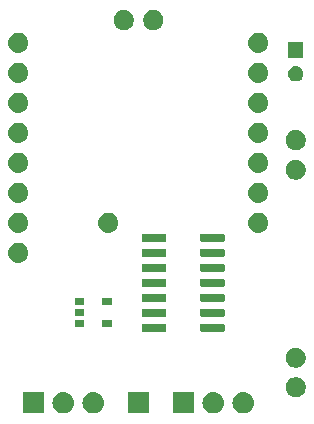
<source format=gbr>
G04 #@! TF.GenerationSoftware,KiCad,Pcbnew,(5.1.2)-1*
G04 #@! TF.CreationDate,2019-11-23T21:49:30-05:00*
G04 #@! TF.ProjectId,c128-sram,63313238-2d73-4726-916d-2e6b69636164,rev?*
G04 #@! TF.SameCoordinates,Original*
G04 #@! TF.FileFunction,Soldermask,Bot*
G04 #@! TF.FilePolarity,Negative*
%FSLAX46Y46*%
G04 Gerber Fmt 4.6, Leading zero omitted, Abs format (unit mm)*
G04 Created by KiCad (PCBNEW (5.1.2)-1) date 2019-11-23 21:49:30*
%MOMM*%
%LPD*%
G04 APERTURE LIST*
%ADD10C,0.100000*%
G04 APERTURE END LIST*
D10*
G36*
X74561000Y-115201000D02*
G01*
X72759000Y-115201000D01*
X72759000Y-113399000D01*
X74561000Y-113399000D01*
X74561000Y-115201000D01*
X74561000Y-115201000D01*
G37*
G36*
X82660443Y-113405519D02*
G01*
X82726627Y-113412037D01*
X82896466Y-113463557D01*
X83052991Y-113547222D01*
X83088729Y-113576552D01*
X83190186Y-113659814D01*
X83259395Y-113744147D01*
X83302778Y-113797009D01*
X83386443Y-113953534D01*
X83437963Y-114123373D01*
X83455359Y-114300000D01*
X83437963Y-114476627D01*
X83386443Y-114646466D01*
X83302778Y-114802991D01*
X83273448Y-114838729D01*
X83190186Y-114940186D01*
X83088729Y-115023448D01*
X83052991Y-115052778D01*
X82896466Y-115136443D01*
X82726627Y-115187963D01*
X82660442Y-115194482D01*
X82594260Y-115201000D01*
X82505740Y-115201000D01*
X82439558Y-115194482D01*
X82373373Y-115187963D01*
X82203534Y-115136443D01*
X82047009Y-115052778D01*
X82011271Y-115023448D01*
X81909814Y-114940186D01*
X81826552Y-114838729D01*
X81797222Y-114802991D01*
X81713557Y-114646466D01*
X81662037Y-114476627D01*
X81644641Y-114300000D01*
X81662037Y-114123373D01*
X81713557Y-113953534D01*
X81797222Y-113797009D01*
X81840605Y-113744147D01*
X81909814Y-113659814D01*
X82011271Y-113576552D01*
X82047009Y-113547222D01*
X82203534Y-113463557D01*
X82373373Y-113412037D01*
X82439557Y-113405519D01*
X82505740Y-113399000D01*
X82594260Y-113399000D01*
X82660443Y-113405519D01*
X82660443Y-113405519D01*
G37*
G36*
X78371000Y-115201000D02*
G01*
X76569000Y-115201000D01*
X76569000Y-113399000D01*
X78371000Y-113399000D01*
X78371000Y-115201000D01*
X78371000Y-115201000D01*
G37*
G36*
X80120443Y-113405519D02*
G01*
X80186627Y-113412037D01*
X80356466Y-113463557D01*
X80512991Y-113547222D01*
X80548729Y-113576552D01*
X80650186Y-113659814D01*
X80719395Y-113744147D01*
X80762778Y-113797009D01*
X80846443Y-113953534D01*
X80897963Y-114123373D01*
X80915359Y-114300000D01*
X80897963Y-114476627D01*
X80846443Y-114646466D01*
X80762778Y-114802991D01*
X80733448Y-114838729D01*
X80650186Y-114940186D01*
X80548729Y-115023448D01*
X80512991Y-115052778D01*
X80356466Y-115136443D01*
X80186627Y-115187963D01*
X80120442Y-115194482D01*
X80054260Y-115201000D01*
X79965740Y-115201000D01*
X79899558Y-115194482D01*
X79833373Y-115187963D01*
X79663534Y-115136443D01*
X79507009Y-115052778D01*
X79471271Y-115023448D01*
X79369814Y-114940186D01*
X79286552Y-114838729D01*
X79257222Y-114802991D01*
X79173557Y-114646466D01*
X79122037Y-114476627D01*
X79104641Y-114300000D01*
X79122037Y-114123373D01*
X79173557Y-113953534D01*
X79257222Y-113797009D01*
X79300605Y-113744147D01*
X79369814Y-113659814D01*
X79471271Y-113576552D01*
X79507009Y-113547222D01*
X79663534Y-113463557D01*
X79833373Y-113412037D01*
X79899557Y-113405519D01*
X79965740Y-113399000D01*
X80054260Y-113399000D01*
X80120443Y-113405519D01*
X80120443Y-113405519D01*
G37*
G36*
X67420443Y-113405519D02*
G01*
X67486627Y-113412037D01*
X67656466Y-113463557D01*
X67812991Y-113547222D01*
X67848729Y-113576552D01*
X67950186Y-113659814D01*
X68019395Y-113744147D01*
X68062778Y-113797009D01*
X68146443Y-113953534D01*
X68197963Y-114123373D01*
X68215359Y-114300000D01*
X68197963Y-114476627D01*
X68146443Y-114646466D01*
X68062778Y-114802991D01*
X68033448Y-114838729D01*
X67950186Y-114940186D01*
X67848729Y-115023448D01*
X67812991Y-115052778D01*
X67656466Y-115136443D01*
X67486627Y-115187963D01*
X67420442Y-115194482D01*
X67354260Y-115201000D01*
X67265740Y-115201000D01*
X67199558Y-115194482D01*
X67133373Y-115187963D01*
X66963534Y-115136443D01*
X66807009Y-115052778D01*
X66771271Y-115023448D01*
X66669814Y-114940186D01*
X66586552Y-114838729D01*
X66557222Y-114802991D01*
X66473557Y-114646466D01*
X66422037Y-114476627D01*
X66404641Y-114300000D01*
X66422037Y-114123373D01*
X66473557Y-113953534D01*
X66557222Y-113797009D01*
X66600605Y-113744147D01*
X66669814Y-113659814D01*
X66771271Y-113576552D01*
X66807009Y-113547222D01*
X66963534Y-113463557D01*
X67133373Y-113412037D01*
X67199557Y-113405519D01*
X67265740Y-113399000D01*
X67354260Y-113399000D01*
X67420443Y-113405519D01*
X67420443Y-113405519D01*
G37*
G36*
X65671000Y-115201000D02*
G01*
X63869000Y-115201000D01*
X63869000Y-113399000D01*
X65671000Y-113399000D01*
X65671000Y-115201000D01*
X65671000Y-115201000D01*
G37*
G36*
X69960443Y-113405519D02*
G01*
X70026627Y-113412037D01*
X70196466Y-113463557D01*
X70352991Y-113547222D01*
X70388729Y-113576552D01*
X70490186Y-113659814D01*
X70559395Y-113744147D01*
X70602778Y-113797009D01*
X70686443Y-113953534D01*
X70737963Y-114123373D01*
X70755359Y-114300000D01*
X70737963Y-114476627D01*
X70686443Y-114646466D01*
X70602778Y-114802991D01*
X70573448Y-114838729D01*
X70490186Y-114940186D01*
X70388729Y-115023448D01*
X70352991Y-115052778D01*
X70196466Y-115136443D01*
X70026627Y-115187963D01*
X69960442Y-115194482D01*
X69894260Y-115201000D01*
X69805740Y-115201000D01*
X69739558Y-115194482D01*
X69673373Y-115187963D01*
X69503534Y-115136443D01*
X69347009Y-115052778D01*
X69311271Y-115023448D01*
X69209814Y-114940186D01*
X69126552Y-114838729D01*
X69097222Y-114802991D01*
X69013557Y-114646466D01*
X68962037Y-114476627D01*
X68944641Y-114300000D01*
X68962037Y-114123373D01*
X69013557Y-113953534D01*
X69097222Y-113797009D01*
X69140605Y-113744147D01*
X69209814Y-113659814D01*
X69311271Y-113576552D01*
X69347009Y-113547222D01*
X69503534Y-113463557D01*
X69673373Y-113412037D01*
X69739557Y-113405519D01*
X69805740Y-113399000D01*
X69894260Y-113399000D01*
X69960443Y-113405519D01*
X69960443Y-113405519D01*
G37*
G36*
X87243228Y-112171703D02*
G01*
X87398100Y-112235853D01*
X87537481Y-112328985D01*
X87656015Y-112447519D01*
X87749147Y-112586900D01*
X87813297Y-112741772D01*
X87846000Y-112906184D01*
X87846000Y-113073816D01*
X87813297Y-113238228D01*
X87749147Y-113393100D01*
X87656015Y-113532481D01*
X87537481Y-113651015D01*
X87398100Y-113744147D01*
X87243228Y-113808297D01*
X87078816Y-113841000D01*
X86911184Y-113841000D01*
X86746772Y-113808297D01*
X86591900Y-113744147D01*
X86452519Y-113651015D01*
X86333985Y-113532481D01*
X86240853Y-113393100D01*
X86176703Y-113238228D01*
X86144000Y-113073816D01*
X86144000Y-112906184D01*
X86176703Y-112741772D01*
X86240853Y-112586900D01*
X86333985Y-112447519D01*
X86452519Y-112328985D01*
X86591900Y-112235853D01*
X86746772Y-112171703D01*
X86911184Y-112139000D01*
X87078816Y-112139000D01*
X87243228Y-112171703D01*
X87243228Y-112171703D01*
G37*
G36*
X87243228Y-109671703D02*
G01*
X87398100Y-109735853D01*
X87537481Y-109828985D01*
X87656015Y-109947519D01*
X87749147Y-110086900D01*
X87813297Y-110241772D01*
X87846000Y-110406184D01*
X87846000Y-110573816D01*
X87813297Y-110738228D01*
X87749147Y-110893100D01*
X87656015Y-111032481D01*
X87537481Y-111151015D01*
X87398100Y-111244147D01*
X87243228Y-111308297D01*
X87078816Y-111341000D01*
X86911184Y-111341000D01*
X86746772Y-111308297D01*
X86591900Y-111244147D01*
X86452519Y-111151015D01*
X86333985Y-111032481D01*
X86240853Y-110893100D01*
X86176703Y-110738228D01*
X86144000Y-110573816D01*
X86144000Y-110406184D01*
X86176703Y-110241772D01*
X86240853Y-110086900D01*
X86333985Y-109947519D01*
X86452519Y-109828985D01*
X86591900Y-109735853D01*
X86746772Y-109671703D01*
X86911184Y-109639000D01*
X87078816Y-109639000D01*
X87243228Y-109671703D01*
X87243228Y-109671703D01*
G37*
G36*
X80879928Y-107601764D02*
G01*
X80901009Y-107608160D01*
X80920445Y-107618548D01*
X80937476Y-107632524D01*
X80951452Y-107649555D01*
X80961840Y-107668991D01*
X80968236Y-107690072D01*
X80971000Y-107718140D01*
X80971000Y-108181860D01*
X80968236Y-108209928D01*
X80961840Y-108231009D01*
X80951452Y-108250445D01*
X80937476Y-108267476D01*
X80920445Y-108281452D01*
X80901009Y-108291840D01*
X80879928Y-108298236D01*
X80851860Y-108301000D01*
X79038140Y-108301000D01*
X79010072Y-108298236D01*
X78988991Y-108291840D01*
X78969555Y-108281452D01*
X78952524Y-108267476D01*
X78938548Y-108250445D01*
X78928160Y-108231009D01*
X78921764Y-108209928D01*
X78919000Y-108181860D01*
X78919000Y-107718140D01*
X78921764Y-107690072D01*
X78928160Y-107668991D01*
X78938548Y-107649555D01*
X78952524Y-107632524D01*
X78969555Y-107618548D01*
X78988991Y-107608160D01*
X79010072Y-107601764D01*
X79038140Y-107599000D01*
X80851860Y-107599000D01*
X80879928Y-107601764D01*
X80879928Y-107601764D01*
G37*
G36*
X75929928Y-107601764D02*
G01*
X75951009Y-107608160D01*
X75970445Y-107618548D01*
X75987476Y-107632524D01*
X76001452Y-107649555D01*
X76011840Y-107668991D01*
X76018236Y-107690072D01*
X76021000Y-107718140D01*
X76021000Y-108181860D01*
X76018236Y-108209928D01*
X76011840Y-108231009D01*
X76001452Y-108250445D01*
X75987476Y-108267476D01*
X75970445Y-108281452D01*
X75951009Y-108291840D01*
X75929928Y-108298236D01*
X75901860Y-108301000D01*
X74088140Y-108301000D01*
X74060072Y-108298236D01*
X74038991Y-108291840D01*
X74019555Y-108281452D01*
X74002524Y-108267476D01*
X73988548Y-108250445D01*
X73978160Y-108231009D01*
X73971764Y-108209928D01*
X73969000Y-108181860D01*
X73969000Y-107718140D01*
X73971764Y-107690072D01*
X73978160Y-107668991D01*
X73988548Y-107649555D01*
X74002524Y-107632524D01*
X74019555Y-107618548D01*
X74038991Y-107608160D01*
X74060072Y-107601764D01*
X74088140Y-107599000D01*
X75901860Y-107599000D01*
X75929928Y-107601764D01*
X75929928Y-107601764D01*
G37*
G36*
X71411000Y-107936000D02*
G01*
X70609000Y-107936000D01*
X70609000Y-107324000D01*
X71411000Y-107324000D01*
X71411000Y-107936000D01*
X71411000Y-107936000D01*
G37*
G36*
X69091000Y-107936000D02*
G01*
X68289000Y-107936000D01*
X68289000Y-107324000D01*
X69091000Y-107324000D01*
X69091000Y-107936000D01*
X69091000Y-107936000D01*
G37*
G36*
X75929928Y-106331764D02*
G01*
X75951009Y-106338160D01*
X75970445Y-106348548D01*
X75987476Y-106362524D01*
X76001452Y-106379555D01*
X76011840Y-106398991D01*
X76018236Y-106420072D01*
X76021000Y-106448140D01*
X76021000Y-106911860D01*
X76018236Y-106939928D01*
X76011840Y-106961009D01*
X76001452Y-106980445D01*
X75987476Y-106997476D01*
X75970445Y-107011452D01*
X75951009Y-107021840D01*
X75929928Y-107028236D01*
X75901860Y-107031000D01*
X74088140Y-107031000D01*
X74060072Y-107028236D01*
X74038991Y-107021840D01*
X74019555Y-107011452D01*
X74002524Y-106997476D01*
X73988548Y-106980445D01*
X73978160Y-106961009D01*
X73971764Y-106939928D01*
X73969000Y-106911860D01*
X73969000Y-106448140D01*
X73971764Y-106420072D01*
X73978160Y-106398991D01*
X73988548Y-106379555D01*
X74002524Y-106362524D01*
X74019555Y-106348548D01*
X74038991Y-106338160D01*
X74060072Y-106331764D01*
X74088140Y-106329000D01*
X75901860Y-106329000D01*
X75929928Y-106331764D01*
X75929928Y-106331764D01*
G37*
G36*
X80879928Y-106331764D02*
G01*
X80901009Y-106338160D01*
X80920445Y-106348548D01*
X80937476Y-106362524D01*
X80951452Y-106379555D01*
X80961840Y-106398991D01*
X80968236Y-106420072D01*
X80971000Y-106448140D01*
X80971000Y-106911860D01*
X80968236Y-106939928D01*
X80961840Y-106961009D01*
X80951452Y-106980445D01*
X80937476Y-106997476D01*
X80920445Y-107011452D01*
X80901009Y-107021840D01*
X80879928Y-107028236D01*
X80851860Y-107031000D01*
X79038140Y-107031000D01*
X79010072Y-107028236D01*
X78988991Y-107021840D01*
X78969555Y-107011452D01*
X78952524Y-106997476D01*
X78938548Y-106980445D01*
X78928160Y-106961009D01*
X78921764Y-106939928D01*
X78919000Y-106911860D01*
X78919000Y-106448140D01*
X78921764Y-106420072D01*
X78928160Y-106398991D01*
X78938548Y-106379555D01*
X78952524Y-106362524D01*
X78969555Y-106348548D01*
X78988991Y-106338160D01*
X79010072Y-106331764D01*
X79038140Y-106329000D01*
X80851860Y-106329000D01*
X80879928Y-106331764D01*
X80879928Y-106331764D01*
G37*
G36*
X69091000Y-106986000D02*
G01*
X68289000Y-106986000D01*
X68289000Y-106374000D01*
X69091000Y-106374000D01*
X69091000Y-106986000D01*
X69091000Y-106986000D01*
G37*
G36*
X71411000Y-106036000D02*
G01*
X70609000Y-106036000D01*
X70609000Y-105424000D01*
X71411000Y-105424000D01*
X71411000Y-106036000D01*
X71411000Y-106036000D01*
G37*
G36*
X69091000Y-106036000D02*
G01*
X68289000Y-106036000D01*
X68289000Y-105424000D01*
X69091000Y-105424000D01*
X69091000Y-106036000D01*
X69091000Y-106036000D01*
G37*
G36*
X75929928Y-105061764D02*
G01*
X75951009Y-105068160D01*
X75970445Y-105078548D01*
X75987476Y-105092524D01*
X76001452Y-105109555D01*
X76011840Y-105128991D01*
X76018236Y-105150072D01*
X76021000Y-105178140D01*
X76021000Y-105641860D01*
X76018236Y-105669928D01*
X76011840Y-105691009D01*
X76001452Y-105710445D01*
X75987476Y-105727476D01*
X75970445Y-105741452D01*
X75951009Y-105751840D01*
X75929928Y-105758236D01*
X75901860Y-105761000D01*
X74088140Y-105761000D01*
X74060072Y-105758236D01*
X74038991Y-105751840D01*
X74019555Y-105741452D01*
X74002524Y-105727476D01*
X73988548Y-105710445D01*
X73978160Y-105691009D01*
X73971764Y-105669928D01*
X73969000Y-105641860D01*
X73969000Y-105178140D01*
X73971764Y-105150072D01*
X73978160Y-105128991D01*
X73988548Y-105109555D01*
X74002524Y-105092524D01*
X74019555Y-105078548D01*
X74038991Y-105068160D01*
X74060072Y-105061764D01*
X74088140Y-105059000D01*
X75901860Y-105059000D01*
X75929928Y-105061764D01*
X75929928Y-105061764D01*
G37*
G36*
X80879928Y-105061764D02*
G01*
X80901009Y-105068160D01*
X80920445Y-105078548D01*
X80937476Y-105092524D01*
X80951452Y-105109555D01*
X80961840Y-105128991D01*
X80968236Y-105150072D01*
X80971000Y-105178140D01*
X80971000Y-105641860D01*
X80968236Y-105669928D01*
X80961840Y-105691009D01*
X80951452Y-105710445D01*
X80937476Y-105727476D01*
X80920445Y-105741452D01*
X80901009Y-105751840D01*
X80879928Y-105758236D01*
X80851860Y-105761000D01*
X79038140Y-105761000D01*
X79010072Y-105758236D01*
X78988991Y-105751840D01*
X78969555Y-105741452D01*
X78952524Y-105727476D01*
X78938548Y-105710445D01*
X78928160Y-105691009D01*
X78921764Y-105669928D01*
X78919000Y-105641860D01*
X78919000Y-105178140D01*
X78921764Y-105150072D01*
X78928160Y-105128991D01*
X78938548Y-105109555D01*
X78952524Y-105092524D01*
X78969555Y-105078548D01*
X78988991Y-105068160D01*
X79010072Y-105061764D01*
X79038140Y-105059000D01*
X80851860Y-105059000D01*
X80879928Y-105061764D01*
X80879928Y-105061764D01*
G37*
G36*
X80879928Y-103791764D02*
G01*
X80901009Y-103798160D01*
X80920445Y-103808548D01*
X80937476Y-103822524D01*
X80951452Y-103839555D01*
X80961840Y-103858991D01*
X80968236Y-103880072D01*
X80971000Y-103908140D01*
X80971000Y-104371860D01*
X80968236Y-104399928D01*
X80961840Y-104421009D01*
X80951452Y-104440445D01*
X80937476Y-104457476D01*
X80920445Y-104471452D01*
X80901009Y-104481840D01*
X80879928Y-104488236D01*
X80851860Y-104491000D01*
X79038140Y-104491000D01*
X79010072Y-104488236D01*
X78988991Y-104481840D01*
X78969555Y-104471452D01*
X78952524Y-104457476D01*
X78938548Y-104440445D01*
X78928160Y-104421009D01*
X78921764Y-104399928D01*
X78919000Y-104371860D01*
X78919000Y-103908140D01*
X78921764Y-103880072D01*
X78928160Y-103858991D01*
X78938548Y-103839555D01*
X78952524Y-103822524D01*
X78969555Y-103808548D01*
X78988991Y-103798160D01*
X79010072Y-103791764D01*
X79038140Y-103789000D01*
X80851860Y-103789000D01*
X80879928Y-103791764D01*
X80879928Y-103791764D01*
G37*
G36*
X75929928Y-103791764D02*
G01*
X75951009Y-103798160D01*
X75970445Y-103808548D01*
X75987476Y-103822524D01*
X76001452Y-103839555D01*
X76011840Y-103858991D01*
X76018236Y-103880072D01*
X76021000Y-103908140D01*
X76021000Y-104371860D01*
X76018236Y-104399928D01*
X76011840Y-104421009D01*
X76001452Y-104440445D01*
X75987476Y-104457476D01*
X75970445Y-104471452D01*
X75951009Y-104481840D01*
X75929928Y-104488236D01*
X75901860Y-104491000D01*
X74088140Y-104491000D01*
X74060072Y-104488236D01*
X74038991Y-104481840D01*
X74019555Y-104471452D01*
X74002524Y-104457476D01*
X73988548Y-104440445D01*
X73978160Y-104421009D01*
X73971764Y-104399928D01*
X73969000Y-104371860D01*
X73969000Y-103908140D01*
X73971764Y-103880072D01*
X73978160Y-103858991D01*
X73988548Y-103839555D01*
X74002524Y-103822524D01*
X74019555Y-103808548D01*
X74038991Y-103798160D01*
X74060072Y-103791764D01*
X74088140Y-103789000D01*
X75901860Y-103789000D01*
X75929928Y-103791764D01*
X75929928Y-103791764D01*
G37*
G36*
X75929928Y-102521764D02*
G01*
X75951009Y-102528160D01*
X75970445Y-102538548D01*
X75987476Y-102552524D01*
X76001452Y-102569555D01*
X76011840Y-102588991D01*
X76018236Y-102610072D01*
X76021000Y-102638140D01*
X76021000Y-103101860D01*
X76018236Y-103129928D01*
X76011840Y-103151009D01*
X76001452Y-103170445D01*
X75987476Y-103187476D01*
X75970445Y-103201452D01*
X75951009Y-103211840D01*
X75929928Y-103218236D01*
X75901860Y-103221000D01*
X74088140Y-103221000D01*
X74060072Y-103218236D01*
X74038991Y-103211840D01*
X74019555Y-103201452D01*
X74002524Y-103187476D01*
X73988548Y-103170445D01*
X73978160Y-103151009D01*
X73971764Y-103129928D01*
X73969000Y-103101860D01*
X73969000Y-102638140D01*
X73971764Y-102610072D01*
X73978160Y-102588991D01*
X73988548Y-102569555D01*
X74002524Y-102552524D01*
X74019555Y-102538548D01*
X74038991Y-102528160D01*
X74060072Y-102521764D01*
X74088140Y-102519000D01*
X75901860Y-102519000D01*
X75929928Y-102521764D01*
X75929928Y-102521764D01*
G37*
G36*
X80879928Y-102521764D02*
G01*
X80901009Y-102528160D01*
X80920445Y-102538548D01*
X80937476Y-102552524D01*
X80951452Y-102569555D01*
X80961840Y-102588991D01*
X80968236Y-102610072D01*
X80971000Y-102638140D01*
X80971000Y-103101860D01*
X80968236Y-103129928D01*
X80961840Y-103151009D01*
X80951452Y-103170445D01*
X80937476Y-103187476D01*
X80920445Y-103201452D01*
X80901009Y-103211840D01*
X80879928Y-103218236D01*
X80851860Y-103221000D01*
X79038140Y-103221000D01*
X79010072Y-103218236D01*
X78988991Y-103211840D01*
X78969555Y-103201452D01*
X78952524Y-103187476D01*
X78938548Y-103170445D01*
X78928160Y-103151009D01*
X78921764Y-103129928D01*
X78919000Y-103101860D01*
X78919000Y-102638140D01*
X78921764Y-102610072D01*
X78928160Y-102588991D01*
X78938548Y-102569555D01*
X78952524Y-102552524D01*
X78969555Y-102538548D01*
X78988991Y-102528160D01*
X79010072Y-102521764D01*
X79038140Y-102519000D01*
X80851860Y-102519000D01*
X80879928Y-102521764D01*
X80879928Y-102521764D01*
G37*
G36*
X63666703Y-100762473D02*
G01*
X63827122Y-100811136D01*
X63959786Y-100882046D01*
X63974958Y-100890156D01*
X64104539Y-100996501D01*
X64210884Y-101126082D01*
X64210885Y-101126084D01*
X64289904Y-101273918D01*
X64338567Y-101434337D01*
X64354997Y-101601160D01*
X64338567Y-101767983D01*
X64289904Y-101928402D01*
X64282721Y-101941840D01*
X64210884Y-102076238D01*
X64104539Y-102205819D01*
X63974958Y-102312164D01*
X63974956Y-102312165D01*
X63827122Y-102391184D01*
X63666703Y-102439847D01*
X63541684Y-102452160D01*
X63458076Y-102452160D01*
X63333057Y-102439847D01*
X63172638Y-102391184D01*
X63024804Y-102312165D01*
X63024802Y-102312164D01*
X62895221Y-102205819D01*
X62788876Y-102076238D01*
X62717039Y-101941840D01*
X62709856Y-101928402D01*
X62661193Y-101767983D01*
X62644763Y-101601160D01*
X62661193Y-101434337D01*
X62709856Y-101273918D01*
X62788875Y-101126084D01*
X62788876Y-101126082D01*
X62895221Y-100996501D01*
X63024802Y-100890156D01*
X63039974Y-100882046D01*
X63172638Y-100811136D01*
X63333057Y-100762473D01*
X63458076Y-100750160D01*
X63541684Y-100750160D01*
X63666703Y-100762473D01*
X63666703Y-100762473D01*
G37*
G36*
X75929928Y-101251764D02*
G01*
X75951009Y-101258160D01*
X75970445Y-101268548D01*
X75987476Y-101282524D01*
X76001452Y-101299555D01*
X76011840Y-101318991D01*
X76018236Y-101340072D01*
X76021000Y-101368140D01*
X76021000Y-101831860D01*
X76018236Y-101859928D01*
X76011840Y-101881009D01*
X76001452Y-101900445D01*
X75987476Y-101917476D01*
X75970445Y-101931452D01*
X75951009Y-101941840D01*
X75929928Y-101948236D01*
X75901860Y-101951000D01*
X74088140Y-101951000D01*
X74060072Y-101948236D01*
X74038991Y-101941840D01*
X74019555Y-101931452D01*
X74002524Y-101917476D01*
X73988548Y-101900445D01*
X73978160Y-101881009D01*
X73971764Y-101859928D01*
X73969000Y-101831860D01*
X73969000Y-101368140D01*
X73971764Y-101340072D01*
X73978160Y-101318991D01*
X73988548Y-101299555D01*
X74002524Y-101282524D01*
X74019555Y-101268548D01*
X74038991Y-101258160D01*
X74060072Y-101251764D01*
X74088140Y-101249000D01*
X75901860Y-101249000D01*
X75929928Y-101251764D01*
X75929928Y-101251764D01*
G37*
G36*
X80879928Y-101251764D02*
G01*
X80901009Y-101258160D01*
X80920445Y-101268548D01*
X80937476Y-101282524D01*
X80951452Y-101299555D01*
X80961840Y-101318991D01*
X80968236Y-101340072D01*
X80971000Y-101368140D01*
X80971000Y-101831860D01*
X80968236Y-101859928D01*
X80961840Y-101881009D01*
X80951452Y-101900445D01*
X80937476Y-101917476D01*
X80920445Y-101931452D01*
X80901009Y-101941840D01*
X80879928Y-101948236D01*
X80851860Y-101951000D01*
X79038140Y-101951000D01*
X79010072Y-101948236D01*
X78988991Y-101941840D01*
X78969555Y-101931452D01*
X78952524Y-101917476D01*
X78938548Y-101900445D01*
X78928160Y-101881009D01*
X78921764Y-101859928D01*
X78919000Y-101831860D01*
X78919000Y-101368140D01*
X78921764Y-101340072D01*
X78928160Y-101318991D01*
X78938548Y-101299555D01*
X78952524Y-101282524D01*
X78969555Y-101268548D01*
X78988991Y-101258160D01*
X79010072Y-101251764D01*
X79038140Y-101249000D01*
X80851860Y-101249000D01*
X80879928Y-101251764D01*
X80879928Y-101251764D01*
G37*
G36*
X80879928Y-99981764D02*
G01*
X80901009Y-99988160D01*
X80920445Y-99998548D01*
X80937476Y-100012524D01*
X80951452Y-100029555D01*
X80961840Y-100048991D01*
X80968236Y-100070072D01*
X80971000Y-100098140D01*
X80971000Y-100561860D01*
X80968236Y-100589928D01*
X80961840Y-100611009D01*
X80951452Y-100630445D01*
X80937476Y-100647476D01*
X80920445Y-100661452D01*
X80901009Y-100671840D01*
X80879928Y-100678236D01*
X80851860Y-100681000D01*
X79038140Y-100681000D01*
X79010072Y-100678236D01*
X78988991Y-100671840D01*
X78969555Y-100661452D01*
X78952524Y-100647476D01*
X78938548Y-100630445D01*
X78928160Y-100611009D01*
X78921764Y-100589928D01*
X78919000Y-100561860D01*
X78919000Y-100098140D01*
X78921764Y-100070072D01*
X78928160Y-100048991D01*
X78938548Y-100029555D01*
X78952524Y-100012524D01*
X78969555Y-99998548D01*
X78988991Y-99988160D01*
X79010072Y-99981764D01*
X79038140Y-99979000D01*
X80851860Y-99979000D01*
X80879928Y-99981764D01*
X80879928Y-99981764D01*
G37*
G36*
X75929928Y-99981764D02*
G01*
X75951009Y-99988160D01*
X75970445Y-99998548D01*
X75987476Y-100012524D01*
X76001452Y-100029555D01*
X76011840Y-100048991D01*
X76018236Y-100070072D01*
X76021000Y-100098140D01*
X76021000Y-100561860D01*
X76018236Y-100589928D01*
X76011840Y-100611009D01*
X76001452Y-100630445D01*
X75987476Y-100647476D01*
X75970445Y-100661452D01*
X75951009Y-100671840D01*
X75929928Y-100678236D01*
X75901860Y-100681000D01*
X74088140Y-100681000D01*
X74060072Y-100678236D01*
X74038991Y-100671840D01*
X74019555Y-100661452D01*
X74002524Y-100647476D01*
X73988548Y-100630445D01*
X73978160Y-100611009D01*
X73971764Y-100589928D01*
X73969000Y-100561860D01*
X73969000Y-100098140D01*
X73971764Y-100070072D01*
X73978160Y-100048991D01*
X73988548Y-100029555D01*
X74002524Y-100012524D01*
X74019555Y-99998548D01*
X74038991Y-99988160D01*
X74060072Y-99981764D01*
X74088140Y-99979000D01*
X75901860Y-99979000D01*
X75929928Y-99981764D01*
X75929928Y-99981764D01*
G37*
G36*
X83986703Y-98222473D02*
G01*
X84147122Y-98271136D01*
X84279786Y-98342046D01*
X84294958Y-98350156D01*
X84424539Y-98456501D01*
X84530884Y-98586082D01*
X84530885Y-98586084D01*
X84609904Y-98733918D01*
X84658567Y-98894337D01*
X84674997Y-99061160D01*
X84658567Y-99227983D01*
X84609904Y-99388402D01*
X84538994Y-99521066D01*
X84530884Y-99536238D01*
X84424539Y-99665819D01*
X84294958Y-99772164D01*
X84294956Y-99772165D01*
X84147122Y-99851184D01*
X83986703Y-99899847D01*
X83861684Y-99912160D01*
X83778076Y-99912160D01*
X83653057Y-99899847D01*
X83492638Y-99851184D01*
X83344804Y-99772165D01*
X83344802Y-99772164D01*
X83215221Y-99665819D01*
X83108876Y-99536238D01*
X83100766Y-99521066D01*
X83029856Y-99388402D01*
X82981193Y-99227983D01*
X82964763Y-99061160D01*
X82981193Y-98894337D01*
X83029856Y-98733918D01*
X83108875Y-98586084D01*
X83108876Y-98586082D01*
X83215221Y-98456501D01*
X83344802Y-98350156D01*
X83359974Y-98342046D01*
X83492638Y-98271136D01*
X83653057Y-98222473D01*
X83778076Y-98210160D01*
X83861684Y-98210160D01*
X83986703Y-98222473D01*
X83986703Y-98222473D01*
G37*
G36*
X63666703Y-98222473D02*
G01*
X63827122Y-98271136D01*
X63959786Y-98342046D01*
X63974958Y-98350156D01*
X64104539Y-98456501D01*
X64210884Y-98586082D01*
X64210885Y-98586084D01*
X64289904Y-98733918D01*
X64338567Y-98894337D01*
X64354997Y-99061160D01*
X64338567Y-99227983D01*
X64289904Y-99388402D01*
X64218994Y-99521066D01*
X64210884Y-99536238D01*
X64104539Y-99665819D01*
X63974958Y-99772164D01*
X63974956Y-99772165D01*
X63827122Y-99851184D01*
X63666703Y-99899847D01*
X63541684Y-99912160D01*
X63458076Y-99912160D01*
X63333057Y-99899847D01*
X63172638Y-99851184D01*
X63024804Y-99772165D01*
X63024802Y-99772164D01*
X62895221Y-99665819D01*
X62788876Y-99536238D01*
X62780766Y-99521066D01*
X62709856Y-99388402D01*
X62661193Y-99227983D01*
X62644763Y-99061160D01*
X62661193Y-98894337D01*
X62709856Y-98733918D01*
X62788875Y-98586084D01*
X62788876Y-98586082D01*
X62895221Y-98456501D01*
X63024802Y-98350156D01*
X63039974Y-98342046D01*
X63172638Y-98271136D01*
X63333057Y-98222473D01*
X63458076Y-98210160D01*
X63541684Y-98210160D01*
X63666703Y-98222473D01*
X63666703Y-98222473D01*
G37*
G36*
X71286703Y-98222473D02*
G01*
X71447122Y-98271136D01*
X71579786Y-98342046D01*
X71594958Y-98350156D01*
X71724539Y-98456501D01*
X71830884Y-98586082D01*
X71830885Y-98586084D01*
X71909904Y-98733918D01*
X71958567Y-98894337D01*
X71974997Y-99061160D01*
X71958567Y-99227983D01*
X71909904Y-99388402D01*
X71838994Y-99521066D01*
X71830884Y-99536238D01*
X71724539Y-99665819D01*
X71594958Y-99772164D01*
X71594956Y-99772165D01*
X71447122Y-99851184D01*
X71286703Y-99899847D01*
X71161684Y-99912160D01*
X71078076Y-99912160D01*
X70953057Y-99899847D01*
X70792638Y-99851184D01*
X70644804Y-99772165D01*
X70644802Y-99772164D01*
X70515221Y-99665819D01*
X70408876Y-99536238D01*
X70400766Y-99521066D01*
X70329856Y-99388402D01*
X70281193Y-99227983D01*
X70264763Y-99061160D01*
X70281193Y-98894337D01*
X70329856Y-98733918D01*
X70408875Y-98586084D01*
X70408876Y-98586082D01*
X70515221Y-98456501D01*
X70644802Y-98350156D01*
X70659974Y-98342046D01*
X70792638Y-98271136D01*
X70953057Y-98222473D01*
X71078076Y-98210160D01*
X71161684Y-98210160D01*
X71286703Y-98222473D01*
X71286703Y-98222473D01*
G37*
G36*
X83986703Y-95682473D02*
G01*
X84147122Y-95731136D01*
X84279786Y-95802046D01*
X84294958Y-95810156D01*
X84424539Y-95916501D01*
X84530884Y-96046082D01*
X84530885Y-96046084D01*
X84609904Y-96193918D01*
X84658567Y-96354337D01*
X84674997Y-96521160D01*
X84658567Y-96687983D01*
X84609904Y-96848402D01*
X84538994Y-96981066D01*
X84530884Y-96996238D01*
X84424539Y-97125819D01*
X84294958Y-97232164D01*
X84294956Y-97232165D01*
X84147122Y-97311184D01*
X83986703Y-97359847D01*
X83861684Y-97372160D01*
X83778076Y-97372160D01*
X83653057Y-97359847D01*
X83492638Y-97311184D01*
X83344804Y-97232165D01*
X83344802Y-97232164D01*
X83215221Y-97125819D01*
X83108876Y-96996238D01*
X83100766Y-96981066D01*
X83029856Y-96848402D01*
X82981193Y-96687983D01*
X82964763Y-96521160D01*
X82981193Y-96354337D01*
X83029856Y-96193918D01*
X83108875Y-96046084D01*
X83108876Y-96046082D01*
X83215221Y-95916501D01*
X83344802Y-95810156D01*
X83359974Y-95802046D01*
X83492638Y-95731136D01*
X83653057Y-95682473D01*
X83778076Y-95670160D01*
X83861684Y-95670160D01*
X83986703Y-95682473D01*
X83986703Y-95682473D01*
G37*
G36*
X63666703Y-95682473D02*
G01*
X63827122Y-95731136D01*
X63959786Y-95802046D01*
X63974958Y-95810156D01*
X64104539Y-95916501D01*
X64210884Y-96046082D01*
X64210885Y-96046084D01*
X64289904Y-96193918D01*
X64338567Y-96354337D01*
X64354997Y-96521160D01*
X64338567Y-96687983D01*
X64289904Y-96848402D01*
X64218994Y-96981066D01*
X64210884Y-96996238D01*
X64104539Y-97125819D01*
X63974958Y-97232164D01*
X63974956Y-97232165D01*
X63827122Y-97311184D01*
X63666703Y-97359847D01*
X63541684Y-97372160D01*
X63458076Y-97372160D01*
X63333057Y-97359847D01*
X63172638Y-97311184D01*
X63024804Y-97232165D01*
X63024802Y-97232164D01*
X62895221Y-97125819D01*
X62788876Y-96996238D01*
X62780766Y-96981066D01*
X62709856Y-96848402D01*
X62661193Y-96687983D01*
X62644763Y-96521160D01*
X62661193Y-96354337D01*
X62709856Y-96193918D01*
X62788875Y-96046084D01*
X62788876Y-96046082D01*
X62895221Y-95916501D01*
X63024802Y-95810156D01*
X63039974Y-95802046D01*
X63172638Y-95731136D01*
X63333057Y-95682473D01*
X63458076Y-95670160D01*
X63541684Y-95670160D01*
X63666703Y-95682473D01*
X63666703Y-95682473D01*
G37*
G36*
X87243228Y-93756703D02*
G01*
X87398100Y-93820853D01*
X87537481Y-93913985D01*
X87656015Y-94032519D01*
X87749147Y-94171900D01*
X87813297Y-94326772D01*
X87846000Y-94491184D01*
X87846000Y-94658816D01*
X87813297Y-94823228D01*
X87749147Y-94978100D01*
X87656015Y-95117481D01*
X87537481Y-95236015D01*
X87398100Y-95329147D01*
X87243228Y-95393297D01*
X87078816Y-95426000D01*
X86911184Y-95426000D01*
X86746772Y-95393297D01*
X86591900Y-95329147D01*
X86452519Y-95236015D01*
X86333985Y-95117481D01*
X86240853Y-94978100D01*
X86176703Y-94823228D01*
X86144000Y-94658816D01*
X86144000Y-94491184D01*
X86176703Y-94326772D01*
X86240853Y-94171900D01*
X86333985Y-94032519D01*
X86452519Y-93913985D01*
X86591900Y-93820853D01*
X86746772Y-93756703D01*
X86911184Y-93724000D01*
X87078816Y-93724000D01*
X87243228Y-93756703D01*
X87243228Y-93756703D01*
G37*
G36*
X83986703Y-93142473D02*
G01*
X84147122Y-93191136D01*
X84279786Y-93262046D01*
X84294958Y-93270156D01*
X84424539Y-93376501D01*
X84530884Y-93506082D01*
X84530885Y-93506084D01*
X84609904Y-93653918D01*
X84658567Y-93814337D01*
X84674997Y-93981160D01*
X84658567Y-94147983D01*
X84609904Y-94308402D01*
X84600085Y-94326772D01*
X84530884Y-94456238D01*
X84424539Y-94585819D01*
X84294958Y-94692164D01*
X84294956Y-94692165D01*
X84147122Y-94771184D01*
X83986703Y-94819847D01*
X83861684Y-94832160D01*
X83778076Y-94832160D01*
X83653057Y-94819847D01*
X83492638Y-94771184D01*
X83344804Y-94692165D01*
X83344802Y-94692164D01*
X83215221Y-94585819D01*
X83108876Y-94456238D01*
X83039675Y-94326772D01*
X83029856Y-94308402D01*
X82981193Y-94147983D01*
X82964763Y-93981160D01*
X82981193Y-93814337D01*
X83029856Y-93653918D01*
X83108875Y-93506084D01*
X83108876Y-93506082D01*
X83215221Y-93376501D01*
X83344802Y-93270156D01*
X83359974Y-93262046D01*
X83492638Y-93191136D01*
X83653057Y-93142473D01*
X83778076Y-93130160D01*
X83861684Y-93130160D01*
X83986703Y-93142473D01*
X83986703Y-93142473D01*
G37*
G36*
X63666703Y-93142473D02*
G01*
X63827122Y-93191136D01*
X63959786Y-93262046D01*
X63974958Y-93270156D01*
X64104539Y-93376501D01*
X64210884Y-93506082D01*
X64210885Y-93506084D01*
X64289904Y-93653918D01*
X64338567Y-93814337D01*
X64354997Y-93981160D01*
X64338567Y-94147983D01*
X64289904Y-94308402D01*
X64280085Y-94326772D01*
X64210884Y-94456238D01*
X64104539Y-94585819D01*
X63974958Y-94692164D01*
X63974956Y-94692165D01*
X63827122Y-94771184D01*
X63666703Y-94819847D01*
X63541684Y-94832160D01*
X63458076Y-94832160D01*
X63333057Y-94819847D01*
X63172638Y-94771184D01*
X63024804Y-94692165D01*
X63024802Y-94692164D01*
X62895221Y-94585819D01*
X62788876Y-94456238D01*
X62719675Y-94326772D01*
X62709856Y-94308402D01*
X62661193Y-94147983D01*
X62644763Y-93981160D01*
X62661193Y-93814337D01*
X62709856Y-93653918D01*
X62788875Y-93506084D01*
X62788876Y-93506082D01*
X62895221Y-93376501D01*
X63024802Y-93270156D01*
X63039974Y-93262046D01*
X63172638Y-93191136D01*
X63333057Y-93142473D01*
X63458076Y-93130160D01*
X63541684Y-93130160D01*
X63666703Y-93142473D01*
X63666703Y-93142473D01*
G37*
G36*
X87243228Y-91256703D02*
G01*
X87398100Y-91320853D01*
X87537481Y-91413985D01*
X87656015Y-91532519D01*
X87749147Y-91671900D01*
X87813297Y-91826772D01*
X87846000Y-91991184D01*
X87846000Y-92158816D01*
X87813297Y-92323228D01*
X87749147Y-92478100D01*
X87656015Y-92617481D01*
X87537481Y-92736015D01*
X87398100Y-92829147D01*
X87243228Y-92893297D01*
X87078816Y-92926000D01*
X86911184Y-92926000D01*
X86746772Y-92893297D01*
X86591900Y-92829147D01*
X86452519Y-92736015D01*
X86333985Y-92617481D01*
X86240853Y-92478100D01*
X86176703Y-92323228D01*
X86144000Y-92158816D01*
X86144000Y-91991184D01*
X86176703Y-91826772D01*
X86240853Y-91671900D01*
X86333985Y-91532519D01*
X86452519Y-91413985D01*
X86591900Y-91320853D01*
X86746772Y-91256703D01*
X86911184Y-91224000D01*
X87078816Y-91224000D01*
X87243228Y-91256703D01*
X87243228Y-91256703D01*
G37*
G36*
X83986703Y-90602473D02*
G01*
X84147122Y-90651136D01*
X84279786Y-90722046D01*
X84294958Y-90730156D01*
X84424539Y-90836501D01*
X84530884Y-90966082D01*
X84530885Y-90966084D01*
X84609904Y-91113918D01*
X84658567Y-91274337D01*
X84674997Y-91441160D01*
X84658567Y-91607983D01*
X84609904Y-91768402D01*
X84538994Y-91901066D01*
X84530884Y-91916238D01*
X84424539Y-92045819D01*
X84294958Y-92152164D01*
X84294956Y-92152165D01*
X84147122Y-92231184D01*
X83986703Y-92279847D01*
X83861684Y-92292160D01*
X83778076Y-92292160D01*
X83653057Y-92279847D01*
X83492638Y-92231184D01*
X83344804Y-92152165D01*
X83344802Y-92152164D01*
X83215221Y-92045819D01*
X83108876Y-91916238D01*
X83100766Y-91901066D01*
X83029856Y-91768402D01*
X82981193Y-91607983D01*
X82964763Y-91441160D01*
X82981193Y-91274337D01*
X83029856Y-91113918D01*
X83108875Y-90966084D01*
X83108876Y-90966082D01*
X83215221Y-90836501D01*
X83344802Y-90730156D01*
X83359974Y-90722046D01*
X83492638Y-90651136D01*
X83653057Y-90602473D01*
X83778076Y-90590160D01*
X83861684Y-90590160D01*
X83986703Y-90602473D01*
X83986703Y-90602473D01*
G37*
G36*
X63666703Y-90602473D02*
G01*
X63827122Y-90651136D01*
X63959786Y-90722046D01*
X63974958Y-90730156D01*
X64104539Y-90836501D01*
X64210884Y-90966082D01*
X64210885Y-90966084D01*
X64289904Y-91113918D01*
X64338567Y-91274337D01*
X64354997Y-91441160D01*
X64338567Y-91607983D01*
X64289904Y-91768402D01*
X64218994Y-91901066D01*
X64210884Y-91916238D01*
X64104539Y-92045819D01*
X63974958Y-92152164D01*
X63974956Y-92152165D01*
X63827122Y-92231184D01*
X63666703Y-92279847D01*
X63541684Y-92292160D01*
X63458076Y-92292160D01*
X63333057Y-92279847D01*
X63172638Y-92231184D01*
X63024804Y-92152165D01*
X63024802Y-92152164D01*
X62895221Y-92045819D01*
X62788876Y-91916238D01*
X62780766Y-91901066D01*
X62709856Y-91768402D01*
X62661193Y-91607983D01*
X62644763Y-91441160D01*
X62661193Y-91274337D01*
X62709856Y-91113918D01*
X62788875Y-90966084D01*
X62788876Y-90966082D01*
X62895221Y-90836501D01*
X63024802Y-90730156D01*
X63039974Y-90722046D01*
X63172638Y-90651136D01*
X63333057Y-90602473D01*
X63458076Y-90590160D01*
X63541684Y-90590160D01*
X63666703Y-90602473D01*
X63666703Y-90602473D01*
G37*
G36*
X83986703Y-88062473D02*
G01*
X84147122Y-88111136D01*
X84279786Y-88182046D01*
X84294958Y-88190156D01*
X84424539Y-88296501D01*
X84530884Y-88426082D01*
X84530885Y-88426084D01*
X84609904Y-88573918D01*
X84658567Y-88734337D01*
X84674997Y-88901160D01*
X84658567Y-89067983D01*
X84609904Y-89228402D01*
X84538994Y-89361066D01*
X84530884Y-89376238D01*
X84424539Y-89505819D01*
X84294958Y-89612164D01*
X84294956Y-89612165D01*
X84147122Y-89691184D01*
X83986703Y-89739847D01*
X83861684Y-89752160D01*
X83778076Y-89752160D01*
X83653057Y-89739847D01*
X83492638Y-89691184D01*
X83344804Y-89612165D01*
X83344802Y-89612164D01*
X83215221Y-89505819D01*
X83108876Y-89376238D01*
X83100766Y-89361066D01*
X83029856Y-89228402D01*
X82981193Y-89067983D01*
X82964763Y-88901160D01*
X82981193Y-88734337D01*
X83029856Y-88573918D01*
X83108875Y-88426084D01*
X83108876Y-88426082D01*
X83215221Y-88296501D01*
X83344802Y-88190156D01*
X83359974Y-88182046D01*
X83492638Y-88111136D01*
X83653057Y-88062473D01*
X83778076Y-88050160D01*
X83861684Y-88050160D01*
X83986703Y-88062473D01*
X83986703Y-88062473D01*
G37*
G36*
X63666703Y-88062473D02*
G01*
X63827122Y-88111136D01*
X63959786Y-88182046D01*
X63974958Y-88190156D01*
X64104539Y-88296501D01*
X64210884Y-88426082D01*
X64210885Y-88426084D01*
X64289904Y-88573918D01*
X64338567Y-88734337D01*
X64354997Y-88901160D01*
X64338567Y-89067983D01*
X64289904Y-89228402D01*
X64218994Y-89361066D01*
X64210884Y-89376238D01*
X64104539Y-89505819D01*
X63974958Y-89612164D01*
X63974956Y-89612165D01*
X63827122Y-89691184D01*
X63666703Y-89739847D01*
X63541684Y-89752160D01*
X63458076Y-89752160D01*
X63333057Y-89739847D01*
X63172638Y-89691184D01*
X63024804Y-89612165D01*
X63024802Y-89612164D01*
X62895221Y-89505819D01*
X62788876Y-89376238D01*
X62780766Y-89361066D01*
X62709856Y-89228402D01*
X62661193Y-89067983D01*
X62644763Y-88901160D01*
X62661193Y-88734337D01*
X62709856Y-88573918D01*
X62788875Y-88426084D01*
X62788876Y-88426082D01*
X62895221Y-88296501D01*
X63024802Y-88190156D01*
X63039974Y-88182046D01*
X63172638Y-88111136D01*
X63333057Y-88062473D01*
X63458076Y-88050160D01*
X63541684Y-88050160D01*
X63666703Y-88062473D01*
X63666703Y-88062473D01*
G37*
G36*
X83986703Y-85522473D02*
G01*
X84147122Y-85571136D01*
X84279786Y-85642046D01*
X84294958Y-85650156D01*
X84424539Y-85756501D01*
X84530884Y-85886082D01*
X84530885Y-85886084D01*
X84609904Y-86033918D01*
X84658567Y-86194337D01*
X84674997Y-86361160D01*
X84658567Y-86527983D01*
X84609904Y-86688402D01*
X84569837Y-86763362D01*
X84530884Y-86836238D01*
X84424539Y-86965819D01*
X84294958Y-87072164D01*
X84294956Y-87072165D01*
X84147122Y-87151184D01*
X83986703Y-87199847D01*
X83861684Y-87212160D01*
X83778076Y-87212160D01*
X83653057Y-87199847D01*
X83492638Y-87151184D01*
X83344804Y-87072165D01*
X83344802Y-87072164D01*
X83215221Y-86965819D01*
X83108876Y-86836238D01*
X83069923Y-86763362D01*
X83029856Y-86688402D01*
X82981193Y-86527983D01*
X82964763Y-86361160D01*
X82981193Y-86194337D01*
X83029856Y-86033918D01*
X83108875Y-85886084D01*
X83108876Y-85886082D01*
X83215221Y-85756501D01*
X83344802Y-85650156D01*
X83359974Y-85642046D01*
X83492638Y-85571136D01*
X83653057Y-85522473D01*
X83778076Y-85510160D01*
X83861684Y-85510160D01*
X83986703Y-85522473D01*
X83986703Y-85522473D01*
G37*
G36*
X63666703Y-85522473D02*
G01*
X63827122Y-85571136D01*
X63959786Y-85642046D01*
X63974958Y-85650156D01*
X64104539Y-85756501D01*
X64210884Y-85886082D01*
X64210885Y-85886084D01*
X64289904Y-86033918D01*
X64338567Y-86194337D01*
X64354997Y-86361160D01*
X64338567Y-86527983D01*
X64289904Y-86688402D01*
X64249837Y-86763362D01*
X64210884Y-86836238D01*
X64104539Y-86965819D01*
X63974958Y-87072164D01*
X63974956Y-87072165D01*
X63827122Y-87151184D01*
X63666703Y-87199847D01*
X63541684Y-87212160D01*
X63458076Y-87212160D01*
X63333057Y-87199847D01*
X63172638Y-87151184D01*
X63024804Y-87072165D01*
X63024802Y-87072164D01*
X62895221Y-86965819D01*
X62788876Y-86836238D01*
X62749923Y-86763362D01*
X62709856Y-86688402D01*
X62661193Y-86527983D01*
X62644763Y-86361160D01*
X62661193Y-86194337D01*
X62709856Y-86033918D01*
X62788875Y-85886084D01*
X62788876Y-85886082D01*
X62895221Y-85756501D01*
X63024802Y-85650156D01*
X63039974Y-85642046D01*
X63172638Y-85571136D01*
X63333057Y-85522473D01*
X63458076Y-85510160D01*
X63541684Y-85510160D01*
X63666703Y-85522473D01*
X63666703Y-85522473D01*
G37*
G36*
X87184890Y-85829017D02*
G01*
X87303364Y-85878091D01*
X87409988Y-85949335D01*
X87500665Y-86040012D01*
X87571909Y-86146636D01*
X87620983Y-86265110D01*
X87646000Y-86390882D01*
X87646000Y-86519118D01*
X87620983Y-86644890D01*
X87571909Y-86763364D01*
X87500665Y-86869988D01*
X87409988Y-86960665D01*
X87303364Y-87031909D01*
X87303363Y-87031910D01*
X87303362Y-87031910D01*
X87184890Y-87080983D01*
X87059119Y-87106000D01*
X86930881Y-87106000D01*
X86805110Y-87080983D01*
X86686638Y-87031910D01*
X86686637Y-87031910D01*
X86686636Y-87031909D01*
X86580012Y-86960665D01*
X86489335Y-86869988D01*
X86418091Y-86763364D01*
X86369017Y-86644890D01*
X86344000Y-86519118D01*
X86344000Y-86390882D01*
X86369017Y-86265110D01*
X86418091Y-86146636D01*
X86489335Y-86040012D01*
X86580012Y-85949335D01*
X86686636Y-85878091D01*
X86805110Y-85829017D01*
X86930881Y-85804000D01*
X87059119Y-85804000D01*
X87184890Y-85829017D01*
X87184890Y-85829017D01*
G37*
G36*
X87646000Y-85106000D02*
G01*
X86344000Y-85106000D01*
X86344000Y-83804000D01*
X87646000Y-83804000D01*
X87646000Y-85106000D01*
X87646000Y-85106000D01*
G37*
G36*
X63666703Y-82982473D02*
G01*
X63827122Y-83031136D01*
X63959786Y-83102046D01*
X63974958Y-83110156D01*
X64104539Y-83216501D01*
X64210884Y-83346082D01*
X64210885Y-83346084D01*
X64289904Y-83493918D01*
X64338567Y-83654337D01*
X64354997Y-83821160D01*
X64338567Y-83987983D01*
X64289904Y-84148402D01*
X64218994Y-84281066D01*
X64210884Y-84296238D01*
X64104539Y-84425819D01*
X63974958Y-84532164D01*
X63974956Y-84532165D01*
X63827122Y-84611184D01*
X63666703Y-84659847D01*
X63541684Y-84672160D01*
X63458076Y-84672160D01*
X63333057Y-84659847D01*
X63172638Y-84611184D01*
X63024804Y-84532165D01*
X63024802Y-84532164D01*
X62895221Y-84425819D01*
X62788876Y-84296238D01*
X62780766Y-84281066D01*
X62709856Y-84148402D01*
X62661193Y-83987983D01*
X62644763Y-83821160D01*
X62661193Y-83654337D01*
X62709856Y-83493918D01*
X62788875Y-83346084D01*
X62788876Y-83346082D01*
X62895221Y-83216501D01*
X63024802Y-83110156D01*
X63039974Y-83102046D01*
X63172638Y-83031136D01*
X63333057Y-82982473D01*
X63458076Y-82970160D01*
X63541684Y-82970160D01*
X63666703Y-82982473D01*
X63666703Y-82982473D01*
G37*
G36*
X83986703Y-82982473D02*
G01*
X84147122Y-83031136D01*
X84279786Y-83102046D01*
X84294958Y-83110156D01*
X84424539Y-83216501D01*
X84530884Y-83346082D01*
X84530885Y-83346084D01*
X84609904Y-83493918D01*
X84658567Y-83654337D01*
X84674997Y-83821160D01*
X84658567Y-83987983D01*
X84609904Y-84148402D01*
X84538994Y-84281066D01*
X84530884Y-84296238D01*
X84424539Y-84425819D01*
X84294958Y-84532164D01*
X84294956Y-84532165D01*
X84147122Y-84611184D01*
X83986703Y-84659847D01*
X83861684Y-84672160D01*
X83778076Y-84672160D01*
X83653057Y-84659847D01*
X83492638Y-84611184D01*
X83344804Y-84532165D01*
X83344802Y-84532164D01*
X83215221Y-84425819D01*
X83108876Y-84296238D01*
X83100766Y-84281066D01*
X83029856Y-84148402D01*
X82981193Y-83987983D01*
X82964763Y-83821160D01*
X82981193Y-83654337D01*
X83029856Y-83493918D01*
X83108875Y-83346084D01*
X83108876Y-83346082D01*
X83215221Y-83216501D01*
X83344802Y-83110156D01*
X83359974Y-83102046D01*
X83492638Y-83031136D01*
X83653057Y-82982473D01*
X83778076Y-82970160D01*
X83861684Y-82970160D01*
X83986703Y-82982473D01*
X83986703Y-82982473D01*
G37*
G36*
X72678228Y-81096703D02*
G01*
X72833100Y-81160853D01*
X72972481Y-81253985D01*
X73091015Y-81372519D01*
X73184147Y-81511900D01*
X73248297Y-81666772D01*
X73281000Y-81831184D01*
X73281000Y-81998816D01*
X73248297Y-82163228D01*
X73184147Y-82318100D01*
X73091015Y-82457481D01*
X72972481Y-82576015D01*
X72833100Y-82669147D01*
X72678228Y-82733297D01*
X72513816Y-82766000D01*
X72346184Y-82766000D01*
X72181772Y-82733297D01*
X72026900Y-82669147D01*
X71887519Y-82576015D01*
X71768985Y-82457481D01*
X71675853Y-82318100D01*
X71611703Y-82163228D01*
X71579000Y-81998816D01*
X71579000Y-81831184D01*
X71611703Y-81666772D01*
X71675853Y-81511900D01*
X71768985Y-81372519D01*
X71887519Y-81253985D01*
X72026900Y-81160853D01*
X72181772Y-81096703D01*
X72346184Y-81064000D01*
X72513816Y-81064000D01*
X72678228Y-81096703D01*
X72678228Y-81096703D01*
G37*
G36*
X75178228Y-81096703D02*
G01*
X75333100Y-81160853D01*
X75472481Y-81253985D01*
X75591015Y-81372519D01*
X75684147Y-81511900D01*
X75748297Y-81666772D01*
X75781000Y-81831184D01*
X75781000Y-81998816D01*
X75748297Y-82163228D01*
X75684147Y-82318100D01*
X75591015Y-82457481D01*
X75472481Y-82576015D01*
X75333100Y-82669147D01*
X75178228Y-82733297D01*
X75013816Y-82766000D01*
X74846184Y-82766000D01*
X74681772Y-82733297D01*
X74526900Y-82669147D01*
X74387519Y-82576015D01*
X74268985Y-82457481D01*
X74175853Y-82318100D01*
X74111703Y-82163228D01*
X74079000Y-81998816D01*
X74079000Y-81831184D01*
X74111703Y-81666772D01*
X74175853Y-81511900D01*
X74268985Y-81372519D01*
X74387519Y-81253985D01*
X74526900Y-81160853D01*
X74681772Y-81096703D01*
X74846184Y-81064000D01*
X75013816Y-81064000D01*
X75178228Y-81096703D01*
X75178228Y-81096703D01*
G37*
M02*

</source>
